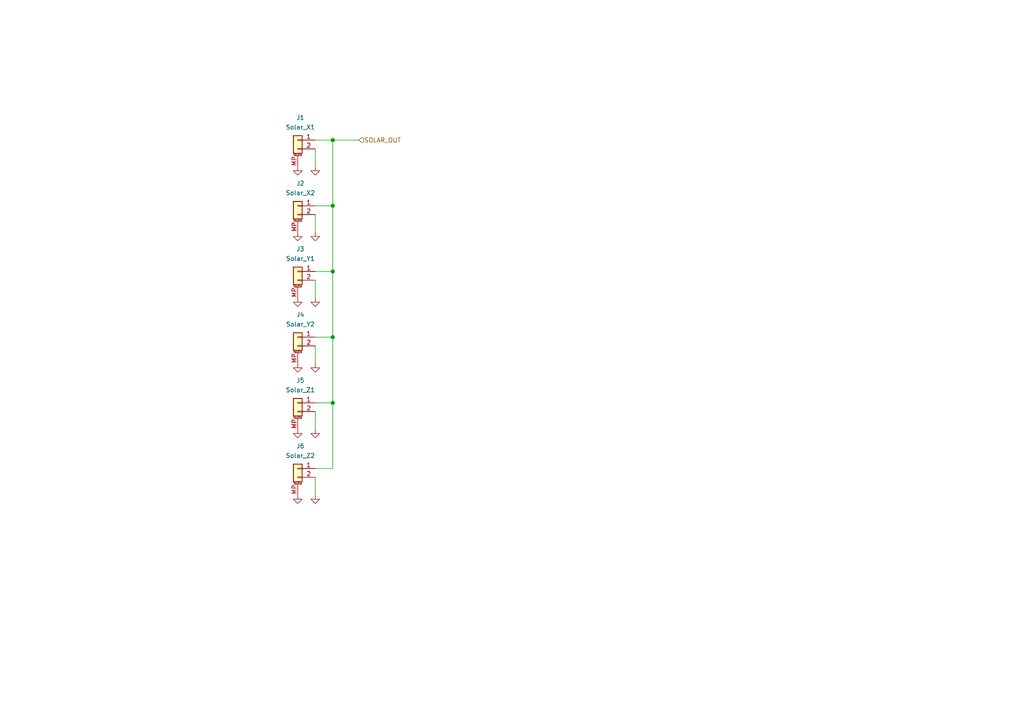
<source format=kicad_sch>
(kicad_sch (version 20210621) (generator eeschema)
  (paper "A4")
  (title_block (title "BUTCube - EPS") (date "2021-06-01") (rev "v1.0") (company "VUT - FIT(STRaDe) & FME(IAE & IPE)") (comment 1 "Author: Petr Malaník"))
  (lib_symbols
    (symbol "Connector_Generic_MountingPin:Conn_01x02_MountingPin" (pin_names (offset 1.016) hide)
      (property "Reference" "J" (at 0 2.54 0))
      (property "Value" "Conn_01x02_MountingPin" (at 1.27 -5.08 0))
      (symbol "Conn_01x02_MountingPin_1_1"
        (text "Mounting" (at 0 -4.191 0) (effects (font (size 0.381 0.381))))
        (rectangle (start -1.27 -2.413) (end 0 -2.667) (stroke (width 0.1524)))
        (rectangle (start -1.27 0.127) (end 0 -0.127) (stroke (width 0.1524)))
        (rectangle (start -1.27 1.27) (end 1.27 -3.81) (stroke (width 0.254)) (fill (type background)))
        (polyline (pts (xy -1.016 -4.572) (xy 1.016 -4.572)) (stroke (width 0.1524)))
        (pin passive line (at -5.08 0 0) (length 3.81) (name "Pin_1") (number "1"))
        (pin passive line (at -5.08 -2.54 0) (length 3.81) (name "Pin_2") (number "2"))
        (pin passive line (at 0 -7.62 90) (length 3.048) (name "MountPin") (number "MP"))
      )
    )
    (symbol "power:GND" (power) (pin_names (offset 0))
      (property "Value" "GND" (at 0 -3.81 0))
      (symbol "GND_0_1"
        (polyline (pts (xy 0 0) (xy 0 -1.27) (xy 1.27 -1.27) (xy 0 -2.54) (xy -1.27 -1.27) (xy 0 -1.27)))
      )
      (symbol "GND_1_1"
        (pin power_in line (at 0 0 270) (length 0) hide (name "GND") (number "1"))
      )
    )
  )
  (junction (at 96.52 40.64) (diameter 1.016))
  (junction (at 96.52 59.69) (diameter 1.016))
  (junction (at 96.52 78.74) (diameter 1.016))
  (junction (at 96.52 97.79) (diameter 1.016))
  (junction (at 96.52 116.84) (diameter 1.016))
  (wire (pts (xy 91.44 40.64) (xy 96.52 40.64)))
  (wire (pts (xy 91.44 43.18) (xy 91.44 48.26)))
  (wire (pts (xy 91.44 59.69) (xy 96.52 59.69)))
  (wire (pts (xy 91.44 62.23) (xy 91.44 67.31)))
  (wire (pts (xy 91.44 78.74) (xy 96.52 78.74)))
  (wire (pts (xy 91.44 81.28) (xy 91.44 86.36)))
  (wire (pts (xy 91.44 97.79) (xy 96.52 97.79)))
  (wire (pts (xy 91.44 100.33) (xy 91.44 105.41)))
  (wire (pts (xy 91.44 116.84) (xy 96.52 116.84)))
  (wire (pts (xy 91.44 119.38) (xy 91.44 124.46)))
  (wire (pts (xy 91.44 138.43) (xy 91.44 143.51)))
  (wire (pts (xy 96.52 40.64) (xy 96.52 59.69)))
  (wire (pts (xy 96.52 40.64) (xy 104.14 40.64)))
  (wire (pts (xy 96.52 59.69) (xy 96.52 78.74)))
  (wire (pts (xy 96.52 78.74) (xy 96.52 97.79)))
  (wire (pts (xy 96.52 97.79) (xy 96.52 116.84)))
  (wire (pts (xy 96.52 116.84) (xy 96.52 135.89)))
  (wire (pts (xy 96.52 135.89) (xy 91.44 135.89)))
  (hierarchical_label "SOLAR_OUT" (shape input) (at 104.14 40.64 0))
  (symbol (lib_id "power:GND") (at 86.36 48.26 0)
    (property "Reference" "#PWR05" (effects hide))
    (property "Value" "GND" (effects hide))
  )
  (symbol (lib_id "power:GND") (at 86.36 67.31 0)
    (property "Reference" "#PWR06" (effects hide))
    (property "Value" "GND" (effects hide))
  )
  (symbol (lib_id "power:GND") (at 86.36 86.36 0)
    (property "Reference" "#PWR07" (effects hide))
    (property "Value" "GND" (effects hide))
  )
  (symbol (lib_id "power:GND") (at 86.36 105.41 0)
    (property "Reference" "#PWR08" (effects hide))
    (property "Value" "GND" (effects hide))
  )
  (symbol (lib_id "power:GND") (at 86.36 124.46 0)
    (property "Reference" "#PWR09" (effects hide))
    (property "Value" "GND" (effects hide))
  )
  (symbol (lib_id "power:GND") (at 86.36 143.51 0)
    (property "Reference" "#PWR010" (effects hide))
    (property "Value" "GND" (effects hide))
  )
  (symbol (lib_id "power:GND") (at 91.44 48.26 0)
    (property "Reference" "#PWR011" (effects hide))
    (property "Value" "GND" (effects hide))
  )
  (symbol (lib_id "power:GND") (at 91.44 67.31 0)
    (property "Reference" "#PWR012" (effects hide))
    (property "Value" "GND" (effects hide))
  )
  (symbol (lib_id "power:GND") (at 91.44 86.36 0)
    (property "Reference" "#PWR013" (effects hide))
    (property "Value" "GND" (effects hide))
  )
  (symbol (lib_id "power:GND") (at 91.44 105.41 0)
    (property "Reference" "#PWR014" (effects hide))
    (property "Value" "GND" (effects hide))
  )
  (symbol (lib_id "power:GND") (at 91.44 124.46 0)
    (property "Reference" "#PWR015" (effects hide))
    (property "Value" "GND" (effects hide))
  )
  (symbol (lib_id "power:GND") (at 91.44 143.51 0)
    (property "Reference" "#PWR016" (effects hide))
    (property "Value" "GND" (effects hide))
  )
  (symbol (lib_id "Connector_Generic_MountingPin:Conn_01x02_MountingPin") (at 86.36 40.64 0) (mirror y)
    (property "Reference" "J1" (at 87.122 34.1334 0))
    (property "Value" "Solar_X1" (at 87.122 36.9085 0))
    (property "Footprint" "TCY_connectors:Amphenol_10114830-11102LF_1x02_P1.25mm_Horizontal" (effects hide))
  )
  (symbol (lib_id "Connector_Generic_MountingPin:Conn_01x02_MountingPin") (at 86.36 59.69 0) (mirror y)
    (property "Reference" "J2" (at 87.122 53.1834 0))
    (property "Value" "Solar_X2" (at 87.122 55.9585 0))
    (property "Footprint" "TCY_connectors:Amphenol_10114830-11102LF_1x02_P1.25mm_Horizontal" (effects hide))
  )
  (symbol (lib_id "Connector_Generic_MountingPin:Conn_01x02_MountingPin") (at 86.36 78.74 0) (mirror y)
    (property "Reference" "J3" (at 87.122 72.2334 0))
    (property "Value" "Solar_Y1" (at 87.122 75.0085 0))
    (property "Footprint" "TCY_connectors:Amphenol_10114830-11102LF_1x02_P1.25mm_Horizontal" (effects hide))
  )
  (symbol (lib_id "Connector_Generic_MountingPin:Conn_01x02_MountingPin") (at 86.36 97.79 0) (mirror y)
    (property "Reference" "J4" (at 87.122 91.2834 0))
    (property "Value" "Solar_Y2" (at 87.122 94.0585 0))
    (property "Footprint" "TCY_connectors:Amphenol_10114830-11102LF_1x02_P1.25mm_Horizontal" (effects hide))
  )
  (symbol (lib_id "Connector_Generic_MountingPin:Conn_01x02_MountingPin") (at 86.36 116.84 0) (mirror y)
    (property "Reference" "J5" (at 87.122 110.3334 0))
    (property "Value" "Solar_Z1" (at 87.122 113.1085 0))
    (property "Footprint" "TCY_connectors:Amphenol_10114830-11102LF_1x02_P1.25mm_Horizontal" (effects hide))
  )
  (symbol (lib_id "Connector_Generic_MountingPin:Conn_01x02_MountingPin") (at 86.36 135.89 0) (mirror y)
    (property "Reference" "J6" (at 87.122 129.3834 0))
    (property "Value" "Solar_Z2" (at 87.122 132.1585 0))
    (property "Footprint" "TCY_connectors:Amphenol_10114830-11102LF_1x02_P1.25mm_Horizontal" (effects hide))
  )
)
</source>
